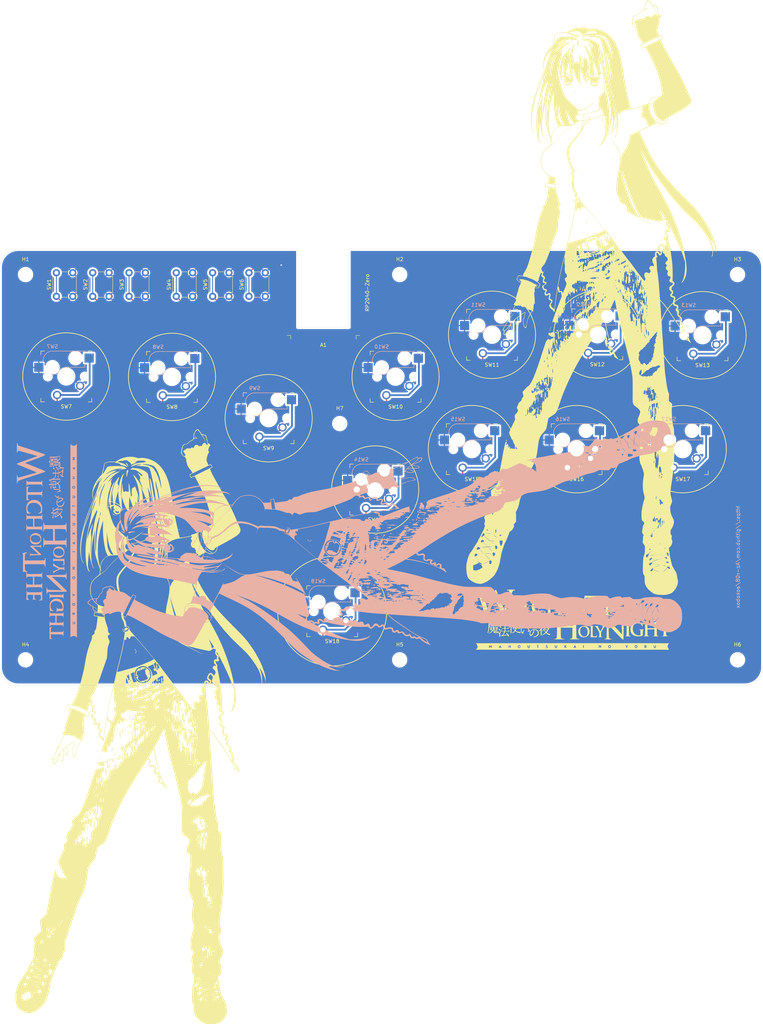
<source format=kicad_pcb>
(kicad_pcb (version 20211014) (generator pcbnew)
  (layers (0 "F.Cu" signal) (31 "B.Cu" signal) (34 "B.Paste" user) (35 "F.Paste" user) (36 "B.SilkS" user "B.Silkscreen") (37 "F.SilkS" user "F.Silkscreen") (38 "B.Mask" user) (39 "F.Mask" user) (44 "Edge.Cuts" user))
  (net 0 "")
  (net 1 "GND")
  (net 2 "LEFT")
  (net 3 "DOWN")
  (net 4 "RIGHT")
  (net 5 "UP")
  (net 6 "L1")
  (net 7 "R1")
  (net 8 "TRIANGLE")
  (net 9 "SQUARE")
  (net 10 "CIRCLE")
  (net 11 "CROSS")
  (net 12 "R2")
  (net 13 "L2")
  (net 14 "OPT1")
  (net 15 "OPT2")
  (net 16 "OPT3")
  (net 17 "OPT4")
  (net 18 "OPT5")
  (net 19 "OPT6")
  (footprint "keyswitches:Kailh_socket_MX_optional" (layer "F.Cu") (at 87.32 65.17 180)
    (fp_text reference "SW8")
    (fp_text value "SW_Push")
  )
  (footprint "keyswitches:Kailh_socket_MX_optional" (layer "F.Cu") (at 113.92 76.52 180)
    (fp_text reference "SW9")
    (fp_text value "SW_Push")
  )
  (footprint "keyswitches:Kailh_socket_MX_optional" (layer "F.Cu") (at 131.42 129.62 180)
    (fp_text reference "SW18")
    (fp_text value "SW_Push")
  )
  (footprint "keyswitches:Kailh_socket_MX_optional" (layer "F.Cu") (at 148.86 65.11 180)
    (fp_text reference "SW10")
    (fp_text value "SW_Push")
  )
  (footprint "keyswitches:Kailh_socket_MX_optional" (layer "F.Cu") (at 175.42 53.58 180)
    (fp_text reference "SW11")
    (fp_text value "SW_Push")
  )
  (footprint "keyswitches:Kailh_socket_MX_optional" (layer "F.Cu") (at 204.39 53.46 180)
    (fp_text reference "SW12")
    (fp_text value "SW_Push")
  )
  (footprint "keyswitches:Kailh_socket_MX_optional" (layer "F.Cu") (at 233.36 53.7 180)
    (fp_text reference "SW13")
    (fp_text value "SW_Push")
  )
  (footprint "keyswitches:Kailh_socket_MX_optional" (layer "F.Cu") (at 143.25 96.15 180)
    (fp_text reference "SW14")
    (fp_text value "SW_Push")
  )
  (footprint "keyswitches:Kailh_socket_MX_optional" (layer "F.Cu") (at 169.86 85.04 180)
    (fp_text reference "SW15")
    (fp_text value "SW_Push")
  )
  (footprint "keyswitches:Kailh_socket_MX_optional" (layer "F.Cu") (at 198.71 85.04 180)
    (fp_text reference "SW16")
    (fp_text value "SW_Push")
  )
  (footprint "keyswitches:Kailh_socket_MX_optional" (layer "F.Cu") (at 227.92 85.04 180)
    (fp_text reference "SW17")
    (fp_text value "SW_Push")
  )
  (footprint "MountingHole:MountingHole_3.2mm_M3" (layer "F.Cu") (at 47 37)
    (fp_text reference "H1")
    (fp_text value "MountingHole")
  )
  (footprint "MountingHole:MountingHole_3.2mm_M3" (layer "F.Cu") (at 47 143)
    (fp_text reference "H4")
    (fp_text value "MountingHole")
  )
  (footprint "MountingHole:MountingHole_3.2mm_M3" (layer "F.Cu") (at 243 143)
    (fp_text reference "H6")
    (fp_text value "MountingHole")
  )
  (footprint "MountingHole:MountingHole_3.2mm_M3" (layer "F.Cu") (at 243 37)
    (fp_text reference "H3")
    (fp_text value "MountingHole")
  )
  (footprint "keyswitches:Kailh_socket_MX_optional" (layer "F.Cu") (at 58.225 65.05 180)
    (fp_text reference "SW7")
    (fp_text value "SW_Push")
  )
  (footprint "MountingHole:MountingHole_3.2mm_M3" (layer "F.Cu") (at 150 37)
    (fp_text reference "H2")
    (fp_text value "MountingHole")
  )
  (footprint "Button_Switch_THT:SW_PUSH_6mm_H5mm" (layer "F.Cu") (at 88.5 43 90)
    (fp_text reference "SW4")
    (fp_text value "SW_Push")
  )
  (footprint "Button_Switch_THT:SW_PUSH_6mm_H5mm" (layer "F.Cu") (at 65.5 43 90)
    (fp_text reference "SW2")
    (fp_text value "SW_Push")
  )
  (footprint "Button_Switch_THT:SW_PUSH_6mm_H5mm" (layer "F.Cu") (at 98.5 43 90)
    (fp_text reference "SW5")
    (fp_text value "SW_Push")
  )
  (footprint "Button_Switch_THT:SW_PUSH_6mm_H5mm" (layer "F.Cu") (at 55.5 43 90)
    (fp_text reference "SW1")
    (fp_text value "SW_Push")
  )
  (footprint "Button_Switch_THT:SW_PUSH_6mm_H5mm" (layer "F.Cu") (at 75.5 43 90)
    (fp_text reference "SW3")
    (fp_text value "SW_Push")
  )
  (footprint "Button_Switch_THT:SW_PUSH_6mm_H5mm" (layer "F.Cu") (at 108.5 43 90)
    (fp_text reference "SW6")
    (fp_text value "SW_Push")
  )
  (footprint "MountingHole:MountingHole_3.2mm_M3" (layer "F.Cu") (at 133.5 78)
    (fp_text reference "H7")
    (fp_text value "MountingHole")
  )
  (footprint "MountingHole:MountingHole_3.2mm_M3" (layer "F.Cu") (at 150 143)
    (fp_text reference "H5")
    (fp_text value "MountingHole")
  )
  (footprint "LOGO" (layer "F.Cu") (at 79.222 161.39)
    (fp_text reference "G***")
    (fp_text value "LOGO" hide)
  )
  (footprint "RP2040-Zero:RP2040-Zero" (layer "F.Cu") (at 129 42)
    (fp_text reference "A1")
    (fp_text value "RP2040-Zero")
  )
  (footprint "LOGO" (layer "F.Cu") (at 197.668 131.855)
    (fp_text reference "G***" hide)
    (fp_text value "LOGO" hide)
  )
  (footprint "LOGO" (layer "F.Cu") (at 203.315 43.292)
    (fp_text reference "G***")
    (fp_text value "LOGO" hide)
  )
  (footprint "LOGO" (layer "B.Cu") (at 52.783 110.327 -90)
    (fp_text reference "G***" hide)
    (fp_text value "LOGO" hide)
  )
  (footprint "LOGO" (layer "B.Cu") (at 145.894 112.105 -90)
    (fp_text reference "G***")
    (fp_text value "LOGO" hide)
  )
  (gr_line (start 216.382567 53.463258) (end 216.382567 53.463258) (layer "F.SilkS") (width 0.2))
  (gr_line (start 245.355098 53.699766) (end 245.355098 53.699766) (layer "F.SilkS") (width 0.2))
  (gr_curve (pts (xy 75.320345 65.17053) (xy 75.320345 60.873617) (xy 77.606529 56.903105) (xy 81.317714 54.754648)) (layer "F.SilkS") (width 0.2))
  (gr_curve (pts (xy 93.312452 54.754648) (xy 97.023636 56.903105) (xy 99.309821 60.873617) (xy 99.309821 65.17053)) (layer "F.SilkS") (width 0.2))
  (gr_curve (pts (xy 181.412661 63.9974) (xy 177.701476 66.145857) (xy 173.129108 66.145857) (xy 169.417923 63.9974)) (layer "F.SilkS") (width 0.2))
  (gr_curve (pts (xy 233.918028 74.621539) (xy 237.629213 76.769996) (xy 239.915397 80.740507) (xy 239.915397 85.037421)) (layer "F.SilkS") (width 0.2))
  (gr_line (start 187.41003 53.581518) (end 187.41003 53.581518) (layer "F.SilkS") (width 0.2))
  (gr_curve (pts (xy 233.918028 95.453303) (xy 230.206843 97.601759) (xy 225.634475 97.601759) (xy 221.92329 95.453303)) (layer "F.SilkS") (width 0.2))
  (gr_curve (pts (xy 123.913745 142.649412) (xy 119.271238 139.9618) (xy 116.411337 134.994889) (xy 116.411337 129.619665)) (layer "F.SilkS") (width 0.2))
  (gr_curve (pts (xy 204.70893 95.453303) (xy 200.997745 97.601759) (xy 196.425377 97.601759) (xy 192.714192 95.453303)) (layer "F.SilkS") (width 0.2))
  (gr_curve (pts (xy 192.714192 74.621539) (xy 196.425377 72.473082) (xy 200.997745 72.473082) (xy 204.70893 74.621539)) (layer "F.SilkS") (width 0.2))
  (gr_curve (pts (xy 239.915397 85.037421) (xy 239.915397 89.334334) (xy 237.629213 93.304846) (xy 233.918028 95.453303)) (layer "F.SilkS") (width 0.2))
  (gr_curve (pts (xy 142.865684 75.530868) (xy 139.154499 73.382411) (xy 136.868315 69.4119) (xy 136.868315 65.114986)) (layer "F.SilkS") (width 0.2))
  (gr_curve (pts (xy 210.706299 85.037421) (xy 210.706299 89.334334) (xy 208.420115 93.304846) (xy 204.70893 95.453303)) (layer "F.SilkS") (width 0.2))
  (gr_curve (pts (xy 210.385198 43.047376) (xy 214.096383 45.195832) (xy 216.382567 49.166344) (xy 216.382567 53.463258)) (layer "F.SilkS") (width 0.2))
  (gr_line (start 181.852021 85.037421) (end 181.852021 85.037421) (layer "F.SilkS") (width 0.2))
  (gr_curve (pts (xy 221.92329 95.453303) (xy 218.212105 93.304846) (xy 215.925921 89.334334) (xy 215.925921 85.037421)) (layer "F.SilkS") (width 0.2))
  (gr_curve (pts (xy 93.312452 75.586412) (xy 89.601267 77.734869) (xy 85.028899 77.734869) (xy 81.317714 75.586412)) (layer "F.SilkS") (width 0.2))
  (gr_curve (pts (xy 175.854652 95.453303) (xy 172.143467 97.601759) (xy 167.571099 97.601759) (xy 163.859914 95.453303)) (layer "F.SilkS") (width 0.2))
  (gr_line (start 239.915397 85.037421) (end 239.915397 85.037421) (layer "F.SilkS") (width 0.2))
  (gr_curve (pts (xy 186.716823 85.037421) (xy 186.716823 80.740507) (xy 189.003008 76.769996) (xy 192.714192 74.621539)) (layer "F.SilkS") (width 0.2))
  (gr_curve (pts (xy 138.918561 142.649412) (xy 134.276055 145.337024) (xy 128.556251 145.337024) (xy 123.913745 142.649412)) (layer "F.SilkS") (width 0.2))
  (gr_curve (pts (xy 169.417923 43.165636) (xy 173.129108 41.01718) (xy 177.701476 41.01718) (xy 181.412661 43.165636)) (layer "F.SilkS") (width 0.2))
  (gr_curve (pts (xy 64.221646 54.636398) (xy 67.932831 56.784855) (xy 70.219015 60.755367) (xy 70.219015 65.05228)) (layer "F.SilkS") (width 0.2))
  (gr_curve (pts (xy 245.355098 53.699766) (xy 245.355097 60.342218) (xy 239.98487 65.72699) (xy 233.36036 65.72699)) (layer "F.SilkS") (width 0.2))
  (gr_curve (pts (xy 160.857791 65.114986) (xy 160.857791 69.4119) (xy 158.571607 73.382411) (xy 154.860422 75.530868)) (layer "F.SilkS") (width 0.2))
  (gr_curve (pts (xy 52.226909 54.636398) (xy 55.938093 52.487941) (xy 60.510462 52.487941) (xy 64.221646 54.636398)) (layer "F.SilkS") (width 0.2))
  (gr_curve (pts (xy 131.255108 96.153426) (xy 131.255108 91.856513) (xy 133.541293 87.886001) (xy 137.252477 85.737546)) (layer "F.SilkS") (width 0.2))
  (gr_curve (pts (xy 192.393091 53.463258) (xy 192.393091 49.166344) (xy 194.679275 45.195832) (xy 198.39046 43.047376)) (layer "F.SilkS") (width 0.2))
  (gr_curve (pts (xy 119.919904 86.938924) (xy 116.208719 89.08738) (xy 111.636351 89.08738) (xy 107.925166 86.938924)) (layer "F.SilkS") (width 0.2))
  (gr_curve (pts (xy 101.927798 76.523042) (xy 101.927798 72.226128) (xy 104.213982 68.255617) (xy 107.925166 66.10716)) (layer "F.SilkS") (width 0.2))
  (gr_curve (pts (xy 137.252477 85.737546) (xy 140.963662 83.589088) (xy 145.53603 83.589088) (xy 149.247215 85.737546)) (layer "F.SilkS") (width 0.2))
  (gr_curve (pts (xy 154.860422 54.699104) (xy 158.571607 56.847561) (xy 160.857791 60.818073) (xy 160.857791 65.114986)) (layer "F.SilkS") (width 0.2))
  (gr_curve (pts (xy 221.92329 74.621539) (xy 225.634475 72.473082) (xy 230.206843 72.473082) (xy 233.918028 74.621539)) (layer "F.SilkS") (width 0.2))
  (gr_line (start 155.244584 96.153426) (end 155.244584 96.153426) (layer "F.SilkS") (width 0.2))
  (gr_curve (pts (xy 181.852021 85.037421) (xy 181.852021 89.334334) (xy 179.565837 93.304846) (xy 175.854652 95.453303)) (layer "F.SilkS") (width 0.2))
  (gr_curve (pts (xy 138.918561 116.589918) (xy 143.561067 119.277529) (xy 146.420969 124.244441) (xy 146.420969 129.619665)) (layer "F.SilkS") (width 0.2))
  (gr_curve (pts (xy 64.221646 75.468162) (xy 60.510462 77.616619) (xy 55.938093 77.616619) (xy 52.226909 75.468162)) (layer "F.SilkS") (width 0.2))
  (gr_curve (pts (xy 227.362991 43.283884) (xy 231.074176 41.135427) (xy 235.646544 41.135427) (xy 239.357729 43.283884)) (layer "F.SilkS") (width 0.2))
  (gr_curve (pts (xy 169.417923 63.9974) (xy 165.706739 61.848943) (xy 163.420555 57.878432) (xy 163.420555 53.581518)) (layer "F.SilkS") (width 0.2))
  (gr_curve (pts (xy 116.411337 129.619665) (xy 116.411337 124.244441) (xy 119.271238 119.277529) (xy 123.913745 116.589918)) (layer "F.SilkS") (width 0.2))
  (gr_line (start 160.857791 65.114986) (end 160.857791 65.114986) (layer "F.SilkS") (width 0.2))
  (gr_curve (pts (xy 149.247215 85.737546) (xy 152.9584 87.886001) (xy 155.244584 91.856513) (xy 155.244584 96.153426)) (layer "F.SilkS") (width 0.2))
  (gr_curve (pts (xy 215.925921 85.037421) (xy 215.925921 80.740507) (xy 218.212105 76.769996) (xy 221.92329 74.621539)) (layer "F.SilkS") (width 0.2))
  (gr_curve (pts (xy 163.859914 95.453303) (xy 160.148729 93.304846) (xy 157.862545 89.334334) (xy 157.862545 85.037421)) (layer "F.SilkS") (width 0.2))
  (gr_curve (pts (xy 181.412661 43.165636) (xy 185.123846 45.314093) (xy 187.41003 49.284605) (xy 187.41003 53.581518)) (layer "F.SilkS") (width 0.2))
  (gr_curve (pts (xy 163.859914 74.621539) (xy 167.571099 72.473082) (xy 172.143467 72.473082) (xy 175.854652 74.621539)) (layer "F.SilkS") (width 0.2))
  (gr_curve (pts (xy 239.357729 43.283884) (xy 243.068914 45.432341) (xy 245.355098 49.402853) (xy 245.355098 53.699766)) (layer "F.SilkS") (width 0.2))
  (gr_curve (pts (xy 70.219015 65.05228) (xy 70.219015 69.349193) (xy 67.932831 73.319705) (xy 64.221646 75.468162)) (layer "F.SilkS") (width 0.2))
  (gr_curve (pts (xy 163.420555 53.581518) (xy 163.420555 49.284605) (xy 165.706739 45.314093) (xy 169.417923 43.165636)) (layer "F.SilkS") (width 0.2))
  (gr_line (start 70.219015 65.05228) (end 70.219015 65.05228) (layer "F.SilkS") (width 0.2))
  (gr_curve (pts (xy 107.925166 66.10716) (xy 111.636351 63.958703) (xy 116.208719 63.958703) (xy 119.919904 66.10716)) (layer "F.SilkS") (width 0.2))
  (gr_curve (pts (xy 146.420969 129.619665) (xy 146.420969 134.994889) (xy 143.561067 139.9618) (xy 138.918561 142.649412)) (layer "F.SilkS") (width 0.2))
  (gr_curve (pts (xy 157.862545 85.037421) (xy 157.862545 80.740507) (xy 160.148729 76.769996) (xy 163.859914 74.621539)) (layer "F.SilkS") (width 0.2))
  (gr_curve (pts (xy 119.919904 66.10716) (xy 123.631089 68.255617) (xy 125.917273 72.226128) (xy 125.917273 76.523042)) (layer "F.SilkS") (width 0.2))
  (gr_curve (pts (xy 123.913745 116.589918) (xy 128.556251 113.902306) (xy 134.276055 113.902306) (xy 138.918561 116.589918)) (layer "F.SilkS") (width 0.2))
  (gr_curve (pts (xy 107.925166 86.938924) (xy 104.213982 84.790467) (xy 101.927798 80.819955) (xy 101.927798 76.523042)) (layer "F.SilkS") (width 0.2))
  (gr_curve (pts (xy 210.385198 63.879139) (xy 206.674013 66.027596) (xy 202.101645 66.027596) (xy 198.39046 63.879139)) (layer "F.SilkS") (width 0.2))
  (gr_curve (pts (xy 221.365622 53.699766) (xy 221.365622 49.402853) (xy 223.651806 45.432341) (xy 227.362991 43.283884)) (layer "F.SilkS") (width 0.2))
  (gr_curve (pts (xy 81.317714 75.586412) (xy 77.606529 73.437955) (xy 75.320345 69.467444) (xy 75.320345 65.17053)) (layer "F.SilkS") (width 0.2))
  (gr_curve (pts (xy 187.41003 53.581518) (xy 187.41003 57.878432) (xy 185.123846 61.848943) (xy 181.412661 63.9974)) (layer "F.SilkS") (width 0.2))
  (gr_curve (pts (xy 198.39046 63.879139) (xy 194.679275 61.730683) (xy 192.393091 57.760171) (xy 192.393091 53.463258)) (layer "F.SilkS") (width 0.2))
  (gr_curve (pts (xy 137.252477 106.569308) (xy 133.541293 104.420852) (xy 131.255108 100.45034) (xy 131.255108 96.153426)) (layer "F.SilkS") (width 0.2))
  (gr_curve (pts (xy 81.317714 54.754648) (xy 85.028899 52.606192) (xy 89.601267 52.606192) (xy 93.312452 54.754648)) (layer "F.SilkS") (width 0.2))
  (gr_curve (pts (xy 136.868315 65.114986) (xy 136.868315 60.818073) (xy 139.154499 56.847561) (xy 142.865684 54.699104)) (layer "F.SilkS") (width 0.2))
  (gr_line (start 125.917273 76.523042) (end 125.917273 76.523042) (layer "F.SilkS") (width 0.2))
  (gr_line (start 99.309821 65.17053) (end 99.309821 65.17053) (layer "F.SilkS") (width 0.2))
  (gr_curve (pts (xy 149.247215 106.569308) (xy 145.53603 108.717765) (xy 140.963662 108.717765) (xy 137.252477 106.569308)) (layer "F.SilkS") (width 0.2))
  (gr_curve (pts (xy 155.244584 96.153426) (xy 155.244584 100.45034) (xy 152.9584 104.420852) (xy 149.247215 106.569308)) (layer "F.SilkS") (width 0.2))
  (gr_curve (pts (xy 99.309821 65.17053) (xy 99.309821 69.467444) (xy 97.023636 73.437955) (xy 93.312452 75.586412)) (layer "F.SilkS") (width 0.2))
  (gr_curve (pts (xy 192.714192 95.453303) (xy 189.003008 93.304846) (xy 186.716823 89.334334) (xy 186.716823 85.037421)) (layer "F.SilkS") (width 0.2))
  (gr_curve (pts (xy 175.854652 74.621539) (xy 179.565837 76.769996) (xy 181.852021 80.740507) (xy 181.852021 85.037421)) (layer "F.SilkS") (width 0.2))
  (gr_curve (pts (xy 52.226909 75.468162) (xy 48.515724 73.319705) (xy 46.22954 69.349193) (xy 46.22954 65.05228)) (layer "F.SilkS") (width 0.2))
  (gr_curve (pts (xy 46.22954 65.05228) (xy 46.22954 60.755367) (xy 48.515724 56.784855) (xy 52.226909 54.636398)) (layer "F.SilkS") (width 0.2))
  (gr_line (start 146.420969 129.619665) (end 146.420969 129.619665) (layer "F.SilkS") (width 0.2))
  (gr_curve (pts (xy 125.917273 76.523042) (xy 125.917273 80.819955) (xy 123.631089 84.790467) (xy 119.919904 86.938924)) (layer "F.SilkS") (width 0.2))
  (gr_curve (pts (xy 233.36036 65.72699) (xy 226.73585 65.72699) (xy 221.365623 60.342218) (xy 221.365622 53.699766)) (layer "F.SilkS") (width 0.2))
  (gr_curve (pts (xy 154.860422 75.530868) (xy 151.149237 77.679325) (xy 146.576869 77.679325) (xy 142.865684 75.530868)) (layer "F.SilkS") (width 0.2))
  (gr_curve (pts (xy 204.70893 74.621539) (xy 208.420115 76.769996) (xy 210.706299 80.740507) (xy 210.706299 85.037421)) (layer "F.SilkS") (width 0.2))
  (gr_curve (pts (xy 198.39046 43.047376) (xy 202.101645 40.898919) (xy 206.674013 40.898919) (xy 210.385198 43.047376)) (layer "F.SilkS") (width 0.2))
  (gr_curve (pts (xy 216.382567 53.463258) (xy 216.382567 57.760171) (xy 214.096383 61.730683) (xy 210.385198 63.879139)) (layer "F.SilkS") (width 0.2))
  (gr_curve (pts (xy 142.865684 54.699104) (xy 146.576869 52.550648) (xy 151.149237 52.550648) (xy 154.860422 54.699104)) (layer "F.SilkS") (width 0.2))
  (gr_line (start 210.706299 85.037421) (end 210.706299 85.037421) (layer "F.SilkS") (width 0.2))
  (gr_line (start 250 35) (end 250 145) (layer "Edge.Cuts") (width 0.05))
  (gr_line (start 245 150) (end 45 150) (layer "Edge.Cuts") (width 0.05))
  (gr_line (start 40 145) (end 40 35) (layer "Edge.Cuts") (width 0.05))
  (gr_line (start 45 30) (end 122 30) (layer "Edge.Cuts") (width 0.05))
  (gr_line (start 136 30) (end 245 30) (layer "Edge.Cuts") (width 0.05))
  (gr_line (start 122 30) (end 122 51.5) (layer "Edge.Cuts") (width 0.05))
  (gr_arc (start 40 35) (mid 41.464466 31.464466) (end 45 30) (layer "Edge.Cuts") (width 0.05))
  (gr_line (start 136 51.5) (end 136 30) (layer "Edge.Cuts") (width 0.05))
  (gr_arc (start 45 150) (mid 41.464466 148.535534) (end 40 145) (layer "Edge.Cuts") (width 0.05))
  (gr_arc (start 250 145) (mid 248.535534 148.535534) (end 245 150) (layer "Edge.Cuts") (width 0.05))
  (gr_arc (start 245 30) (mid 248.535534 31.464466) (end 250 35) (layer "Edge.Cuts") (width 0.05))
  (gr_line (start 122 51.5) (end 136 51.5) (layer "Edge.Cuts") (width 0.05))
  (gr_text "https://github.com/Az-r08/aokobox" (at 243.112 114.689 90) (layer "B.SilkS") (effects (font (size 1 1)) (justify mirror)))
  (gr_text "RP2040-Zero" (at 141.1 42 90) (layer "F.SilkS") (effects (font (size 1 1))))
  (segment (start 117.42 34.38) (end 117.4 34.4) (width 0.381) (layer "F.Cu") (net 1))
  (segment (start 119.84 34.38) (end 117.42 34.38) (width 0.381) (layer "F.Cu") (net 1))
  (via (at 117.4 34.4) (size 0.8) (drill 0.4) (layers "F.Cu" "B.Cu") (net 1))
  (segment (start 55.685 74.498) (end 55.685 70.13) (width 0.254) (layer "F.Cu") (net 2))
  (segment (start 108.7 51.6) (end 77.15 51.6) (width 0.254) (layer "F.Cu") (net 2))
  (segment (start 123.92 53.7) (end 123.92 54.58) (width 0.254) (layer "F.Cu") (net 2))
  (segment (start 72.3 56.45) (end 72.3 73.35) (width 0.254) (layer "F.Cu") (net 2))
  (segment (start 68.75 76.9) (end 58.087 76.9) (width 0.254) (layer "F.Cu") (net 2))
  (segment (start 72.3 73.35) (end 68.75 76.9) (width 0.254) (layer "F.Cu") (net 2))
  (segment (start 113.2 56.1) (end 108.7 51.6) (width 0.254) (layer "F.Cu") (net 2))
  (segment (start 122.4 56.1) (end 113.2 56.1) (width 0.254) (layer "F.Cu") (net 2))
  (segment (start 58.087 76.9) (end 55.685 74.498) (width 0.254) (layer "F.Cu") (net 2))
  (segment (start 77.15 51.6) (end 72.3 56.45) (width 0.254) (layer "F.Cu") (net 2))
  (segment (start 123.92 54.58) (end 122.4 56.1) (width 0.254) (layer "F.Cu") (net 2))
  (segment (start 61.747843 70.13) (end 64.655901 67.221942) (width 0.5) (layer "B.Cu") (net 2))
  (segment (start 55.685 70.13) (end 61.747843 70.13) (width 0.5) (layer "B.Cu") (net 2))
  (segment (start 64.655901 60.110901) (end 64.515 59.97) (width 0.5) (layer "B.Cu") (net 2))
  (segment (start 64.655901 67.221942) (end 64.655901 60.110901) (width 0.5) (layer "B.Cu") (net 2))
  (segment (start 84.78 76.069) (end 84.78 70.25) (width 0.254) (layer "F.Cu") (net 3))
  (segment (start 123.3 57.7) (end 112.95 57.7) (width 0.254) (layer "F.Cu") (net 3))
  (segment (start 112.95 57.7) (end 94.05 76.6) (width 0.254) (layer "F.Cu") (net 3))
  (segment (start 94.05 76.6) (end 85.311 76.6) (width 0.254) (layer "F.Cu") (net 3))
  (segment (start 85.311 76.6) (end 84.78 76.069) (width 0.254) (layer "F.Cu") (net 3))
  (segment (start 126.46 54.54) (end 123.3 57.7) (width 0.254) (layer "F.Cu") (net 3))
  (segment (start 126.46 53.7) (end 126.46 54.54) (width 0.254) (layer "F.Cu") (net 3))
  (segment (start 84.78 70.25) (end 90.842843 70.25) (width 0.5) (layer "B.Cu") (net 3))
  (segment (start 93.750901 67.341942) (end 93.750901 60.230901) (width 0.5) (layer "B.Cu") (net 3))
  (segment (start 90.842843 70.25) (end 93.750901 67.341942) (width 0.5) (layer "B.Cu") (net 3))
  (segment (start 93.750901 60.230901) (end 93.61 60.09) (width 0.5) (layer "B.Cu") (net 3))
  (segment (start 104 88.15) (end 108.19 88.15) (width 0.254) (layer "F.Cu") (net 4))
  (segment (start 129 54.5) (end 124.9 58.6) (width 0.254) (layer "F.Cu") (net 4))
  (segment (start 108.19 88.15) (end 111.38 84.96) (width 0.254) (layer "F.Cu") (net 4))
  (segment (start 124.9 58.6) (end 113.35 58.6) (width 0.254) (layer "F.Cu") (net 4))
  (segment (start 101.15 70.8) (end 101.15 85.3) (width 0.254) (layer "F.Cu") (net 4))
  (segment (start 129 53.7) (end 129 54.5) (width 0.254) (layer "F.Cu") (net 4))
  (segment (start 111.38 84.96) (end 111.38 81.6) (width 0.254) (layer "F.Cu") (net 4))
  (segment (start 101.15 85.3) (end 104 88.15) (width 0.254) (layer "F.Cu") (net 4))
  (segment (start 113.35 58.6) (end 101.15 70.8) (width 0.254) (layer "F.Cu") (net 4))
  (segment (start 117.442843 81.6) (end 120.350901 78.691942) (width 0.5) (layer "B.Cu") (net 4))
  (segment (start 120.350901 78.691942) (end 120.350901 71.580901) (width 0.5) (layer "B.Cu") (net 4))
  (segment (start 120.350901 71.580901) (end 120.21 71.44) (width 0.5) (layer "B.Cu") (net 4))
  (segment (start 111.38 81.6) (end 117.442843 81.6) (width 0.5) (layer "B.Cu") (net 4))
  (segment (start 122.956 143.75) (end 128.88 137.826) (width 0.254) (layer "F.Cu") (net 5))
  (segment (start 117.45 143.75) (end 122.956 143.75) (width 0.254) (layer "F.Cu") (net 5))
  (segment (start 126.14599 102.80401) (end 114.2 114.75) (width 0.254) (layer "F.Cu") (net 5))
  (segment (start 131.54 54.36) (end 126.14599 59.75401) (width 0.254) (layer "F.Cu") (net 5))
  (segment (start 126.14599 59.75401) (end 126.14599 102.80401) (width 0.254) (layer "F.Cu") (net 5))
  (segment (start 128.88 137.826) (end 128.88 134.7) (width 0.254) (layer "F.Cu") (net 5))
  (segment (start 114.2 114.75) (end 114.2 140.5) (width 0.254) (layer "F.Cu") (net 5))
  (segment (start 131.54 53.7) (end 131.54 54.36) (width 0.254) (layer "F.Cu") (net 5))
  (segment (start 114.2 140.5) (end 117.45 143.75) (width 0.254) (layer "F.Cu") (net 5))
  (segment (start 134.942843 134.7) (end 137.850901 131.791942) (width 0.5) (layer "B.Cu") (net 5))
  (segment (start 128.88 134.7) (end 134.942843 134.7) (width 0.5) (layer "B.Cu") (net 5))
  (segment (start 137.850901 124.680901) (end 137.71 124.54) (width 0.5) (layer "B.Cu") (net 5))
  (segment (start 137.850901 131.791942) (end 137.850901 124.680901) (width 0.5) (layer "B.Cu") (net 5))
  (segment (start 148.6 46.6) (end 138.92 36.92) (width 0.254) (layer "F.Cu") (net 6))
  (segment (start 219.8 61.55) (end 219.8 47.75) (width 0.254) (layer "F.Cu") (net 6))
  (segment (start 210.45 38.4) (end 161.575 38.4) (width 0.254) (layer "F.Cu") (net 6))
  (segment (start 219.8 47.75) (end 210.45 38.4) (width 0.254) (layer "F.Cu") (net 6))
  (segment (start 230.82 58.78) (end 230.82 62.716) (width 0.254) (layer "F.Cu") (net 6))
  (segment (start 153.375 46.6) (end 148.6 46.6) (width 0.254) (layer "F.Cu") (net 6))
  (segment (start 223.511 65.261) (end 219.8 61.55) (width 0.254) (layer "F.Cu") (net 6))
  (segment (start 230.82 62.716) (end 228.275 65.261) (width 0.254) (layer "F.Cu") (net 6))
  (segment (start 161.575 38.4) (end 153.375 46.6) (width 0.254) (layer "F.Cu") (net 6))
  (segment (start 228.275 65.261) (end 223.511 65.261) (width 0.254) (layer "F.Cu") (net 6))
  (segment (start 138.92 36.92) (end 138.16 36.92) (width 0.254) (layer "F.Cu") (net 6))
  (segment (start 239.790901 55.871942) (end 239.790901 48.760901) (width 0.5) (layer "B.Cu") (net 6))
  (segment (start 236.882843 58.78) (end 239.790901 55.871942) (width 0.5) (layer "B.Cu") (net 6))
  (segment (start 239.790901 48.760901) (end 239.65 48.62) (width 0.5) (layer "B.Cu") (net 6))
  (segment (start 230.82 58.78) (end 236.882843 58.78) (width 0.5) (layer "B.Cu") (net 6))
  (segment (start 139 42) (end 145.2 48.2) (width 0.254) (layer "F.Cu") (net 7))
  (segment (start 190.9 62.85) (end 193.9 65.85) (width 0.254) (layer "F.Cu") (net 7))
  (segment (start 145.2 48.2) (end 154.2 48.2) (width 0.254) (layer "F.Cu") (net 7))
  (segment (start 198.35 65.85) (end 201.85 62.35) (width 0.254) (layer "F.Cu") (net 7))
  (segment (start 154.2 48.2) (end 162.4 40) (width 0.254) (layer "F.Cu") (net 7))
  (segment (start 193.9 65.85) (end 198.35 65.85) (width 0.254) (layer "F.Cu") (net 7))
  (segment (start 184.25 40) (end 190.9 46.65) (width 0.254) (layer "F.Cu") (net 7))
  (segment (start 201.85 62.35) (end 201.85 58.54) (width 0.254) (layer "F.Cu") (net 7))
  (segment (start 162.4 40) (end 184.25 40) (width 0.254) (layer "F.Cu") (net 7))
  (segment (start 190.9 46.65) (end 190.9 62.85) (width 0.254) (layer "F.Cu") (net 7))
  (segment (start 201.85 58.54) (end 207.912843 58.54) (width 0.5) (layer "B.Cu") (net 7))
  (segment (start 207.912843 58.54) (end 210.820901 55.631942) (width 0.5) (layer "B.Cu") (net 7))
  (segment (start 210.820901 55.631942) (end 210.820901 48.520901) (width 0.5) (layer "B.Cu") (net 7))
  (segment (start 210.820901 48.520901) (end 210.68 48.38) (width 0.5) (layer "B.Cu") (net 7))
  (segment (start 138.16 47.08) (end 139.08 47.08) (width 0.254) (layer "F.Cu") (net 8))
  (segment (start 157 51.6) (end 162.65 57.25) (width 0.254) (layer "F.Cu") (net 8))
  (segment (start 143.6 51.6) (end 157 51.6) (width 0.254) (layer "F.Cu") (net 8))
  (segment (start 172.88 62.02) (end 172.88 58.66) (width 0.254) (layer "F.Cu") (net 8))
  (segment (start 162.65 57.25) (end 162.65 61.75) (width 0.254) (layer "F.Cu") (net 8))
  (segment (start 169.85 65.05) (end 172.88 62.02) (width 0.254) (layer "F.Cu") (net 8))
  (segment (start 165.95 65.05) (end 169.85 65.05) (width 0.254) (layer "F.Cu") (net 8))
  (segment (start 162.65 61.75) (end 165.95 65.05) (width 0.254) (layer "F.Cu") (net 8))
  (segment (start 139.08 47.08) (end 143.6 51.6) (width 0.254) (layer "F.Cu") (net 8))
  (segment (start 172.88 58.66) (end 178.942843 58.66) (width 0.5) (layer "B.Cu") (net 8))
  (segment (start 181.850901 48.640901) (end 181.71 48.5) (width 0.5) (layer "B.Cu") (net 8))
  (segment (start 181.850901 55.751942) (end 181.850901 48.640901) (width 0.5) (layer "B.Cu") (net 8))
  (segment (start 178.942843 58.66) (end 181.850901 55.751942) (width 0.5) (layer "B.Cu") (net 8))
  (segment (start 135.1 69.6) (end 141.85 76.35) (width 0.254) (layer "F.Cu") (net 9))
  (segment (start 138.16 52.16) (end 138.96 52.16) (width 0.254) (layer "F.Cu") (net 9))
  (segment (start 135.1 59.9) (end 135.1 69.6) (width 0.254) (layer "F.Cu") (net 9))
  (segment (start 143.52 76.35) (end 146.32 73.55) (width 0.254) (layer "F.Cu") (net 9))
  (segment (start 141.85 76.35) (end 143.52 76.35) (width 0.254) (layer "F.Cu") (net 9))
  (segment (start 139.9 53.1) (end 139.9 55.1) (width 0.254) (layer "F.Cu") (net 9))
  (segment (start 146.32 73.55) (end 146.32 70.19) (width 0.254) (layer "F.Cu") (net 9))
  (segment (start 138.96 52.16) (end 139.9 53.1) (width 0.254) (layer "F.Cu") (net 9))
  (segment (start 139.9 55.1) (end 135.1 59.9) (width 0.254) (layer "F.Cu") (net 9))
  (segment (start 146.32 70.19) (end 152.382843 70.19) (width 0.5) (layer "B.Cu") (net 9))
  (segment (start 155.290901 67.281942) (end 155.290901 60.170901) (width 0.5) (layer "B.Cu") (net 9))
  (segment (start 152.382843 70.19) (end 155.290901 67.281942) (width 0.5) (layer "B.Cu") (net 9))
  (segment (start 155.290901 60.170901) (end 155.15 60.03) (width 0.5) (layer "B.Cu") (net 9))
  (segment (start 142.1 52.5) (end 156.525 52.5) (width 0.254) (layer "F.Cu") (net 10))
  (segment (start 167.32 90.12) (end 167.32 93.48) (width 0.254) (layer "F.Cu") (net 10))
  (segment (start 161.75 72.95) (end 156.65 78.05) (width 0.254) (layer "F.Cu") (net 10))
  (segment (start 138.16 49.62) (end 139.22 49.62) (width 0.254) (layer "F.Cu") (net 10))
  (segment (start 156.65 92.95) (end 160.4 96.7) (width 0.254) (layer "F.Cu") (net 10))
  (segment (start 160.4 96.7) (end 164.1 96.7) (width 0.254) (layer "F.Cu") (net 10))
  (segment (start 161.75 57.725) (end 161.75 72.95) (width 0.254) (layer "F.Cu") (net 10))
  (segment (start 139.22 49.62) (end 142.1 52.5) (width 0.254) (layer "F.Cu") (net 10))
  (segment (start 156.65 78.05) (end 156.65 92.95) (width 0.254) (layer "F.Cu") (net 10))
  (segment (start 156.525 52.5) (end 161.75 57.725) (width 0.254) (layer "F.Cu") (net 10))
  (segment (start 167.32 93.48) (end 164.1 96.7) (width 0.254) (layer "F.Cu") (net 10))
  (segment (start 176.290901 87.211942) (end 176.290901 80.100901) (width 0.5) (layer "B.Cu") (net 10))
  (segment (start 173.382843 90.12) (end 176.290901 87.211942) (width 0.5) (layer "B.Cu") (net 10))
  (segment (start 176.290901 80.100901) (end 176.15 79.96) (width 0.5) (layer "B.Cu") (net 10))
  (segment (start 167.32 90.12) (end 173.382843 90.12) (width 0.5) (layer "B.Cu") (net 10))
  (segment (start 140.71 104.59) (end 137.25 108.05) (width 0.254) (layer "F.Cu") (net 11))
  (segment (start 134.08 53.7) (end 134.08 54.42) (width 0.254) (layer "F.Cu") (net 11))
  (segment (start 126.95 61.55) (end 126.95 102.8) (width 0.254) (layer "F.Cu") (net 11))
  (segment (start 132.2 108.05) (end 137.25 108.05) (width 0.254) (layer "F.Cu") (net 11))
  (segment (start 134.08 54.42) (end 126.95 61.55) (width 0.254) (layer "F.Cu") (net 11))
  (segment (start 140.71 101.23) (end 140.71 104.59) (width 0.254) (layer "F.Cu") (net 11))
  (segment (start 126.95 102.8) (end 132.2 108.05) (width 0.254) (layer "F.Cu") (net 11))
  (segment (start 149.680901 91.210901) (end 149.54 91.07) (width 0.5) (layer "B.Cu") (net 11))
  (segment (start 149.680901 98.321942) (end 149.680901 91.210901) (width 0.5) (layer "B.Cu") (net 11))
  (segment (start 140.71 101.23) (end 146.772843 101.23) (width 0.5) (layer "B.Cu") (net 11))
  (segment (start 146.772843 101.23) (end 149.680901 98.321942) (width 0.5) (layer "B.Cu") (net 11))
  (segment (start 184.25 92.7) (end 184.25 79.8) (width 0.254) (layer "F.Cu") (net 12))
  (segment (start 188.7 47.15) (end 182.35 40.8) (width 0.254) (layer "F.Cu") (net 12))
  (segment (start 188.6 97.05) (end 184.25 92.7) (width 0.254) (layer "F.Cu") (net 12))
  (segment (start 184.25 79.8) (end 188.7 75.35) (width 0.254) (layer "F.Cu") (net 12))
  (segment (start 143.5 49) (end 139.04 44.54) (width 0.254) (layer "F.Cu") (net 12))
  (segment (start 196.17 94.517) (end 193.637 97.05) (width 0.254) (layer "F.Cu") (net 12))
  (segment (start 188.7 75.35) (end 188.7 47.15) (width 0.254) (layer "F.Cu") (net 12))
  (segment (start 193.637 97.05) (end 188.6 97.05) (width 0.254) (layer "F.Cu") (net 12))
  (segment (start 196.17 90.12) (end 196.17 94.517) (width 0.254) (layer "F.Cu") (net 12))
  (segment (start 162.8 40.8) (end 154.6 49) (width 0.254) (layer "F.Cu") (net 12))
  (segment (start 182.35 40.8) (end 162.8 40.8) (width 0.254) (layer "F.Cu") (net 12))
  (segment (start 139.04 44.54) (end 138.16 44.54) (width 0.254) (layer "F.Cu") (net 12))
  (segment (start 154.6 49) (end 143.5 49) (width 0.254) (layer "F.Cu") (net 12))
  (segment (start 205.140901 80.100901) (end 205 79.96) (width 0.5) (layer "B.Cu") (net 12))
  (segment (start 205.140901 87.211942) (end 205.140901 80.100901) (width 0.5) (layer "B.Cu") (net 12))
  (segment (start 196.17 90.12) (end 202.232843 90.12) (width 0.5) (layer "B.Cu") (net 12))
  (segment (start 202.232843 90.12) (end 205.140901 87.211942) (width 0.5) (layer "B.Cu") (net 12))
  (segment (start 208.6 39.2) (end 218 48.6) (width 0.254) (layer "F.Cu") (net 13))
  (segment (start 214 79.25) (end 214 93.75) (width 0.254) (layer "F.Cu") (net 13))
  (segment (start 225.38 94.964) (end 223.344 97) (width 0.254) (layer "F.Cu") (net 13))
  (segment (start 162 39.2) (end 208.6 39.2) (width 0.254) (layer "F.Cu") (net 13))
  (segment (start 218 75.25) (end 214 79.25) (width 0.254) (layer "F.Cu") (net 13))
  (segment (start 138.16 39.46) (end 139.06 39.46) (width 0.254) (layer "F.Cu") (net 13))
  (segment (start 225.38 94.964) (end 225.38 90.12) (width 0.254) (layer "F.Cu") (net 13))
  (segment (start 214 93.75) (end 217.25 97) (width 0.254) (layer "F.Cu") (net 13))
  (segment (start 223.344 97) (end 222.597 97) (width 0.254) (layer "F.Cu") (net 13))
  (segment (start 217.25 97) (end 222.597 97) (width 0.254) (layer "F.Cu") (net 13))
  (segment (start 139.06 39.46) (end 147 47.4) (width 0.254) (layer "F.Cu") (net 13))
  (segment (start 218 48.6) (end 218 75.25) (width 0.254) (layer "F.Cu") (net 13))
  (segment (start 147 47.4) (end 153.8 47.4) (width 0.254) (layer "F.Cu") (net 13))
  (segment (start 153.8 47.4) (end 162 39.2) (width 0.254) (layer "F.Cu") (net 13))
  (segment (start 234.350901 87.211942) (end 234.350901 80.100901) (width 0.5) (layer "B.Cu") (net 13))
  (segment (start 231.442843 90.12) (end 234.350901 87.211942) (width 0.5) (layer "B.Cu") (net 13))
  (segment (start 234.350901 80.100901) (end 234.21 79.96) (width 0.5) (layer "B.Cu") (net 13))
  (segment (start 225.38 90.12) (end 231.442843 90.12) (width 0.5) (layer "B.Cu") (net 13))
  (segment (start 119.84 52.16) (end 119.06 52.16) (width 0.254) (layer "F.Cu") (net 14))
  (segment (start 115.7 48.8) (end 61.3 48.8) (width 0.254) (layer "F.Cu") (net 14))
  (segment (start 61.3 48.8) (end 55.5 43) (width 0.254) (layer "F.Cu") (net 14))
  (segment (start 119.06 52.16) (end 115.7 48.8) (width 0.254) (layer "F.Cu") (net 14))
  (segment (start 55.5 36.5) (end 55.5 43) (width 0.254) (layer "B.Cu") (net 14))
  (segment (start 70.5 48) (end 65.5 43) (width 0.254) (layer "F.Cu") (net 15))
  (segment (start 118.72 49.62) (end 117.1 48) (width 0.254) (layer "F.Cu") (net 15))
  (segment (start 119.84 49.62) (end 118.72 49.62) (width 0.254) (layer "F.Cu") (net 15))
  (segment (start 117.1 48) (end 70.5 48) (width 0.254) (layer "F.Cu") (net 15))
  (segment (start 65.5 36.5) (end 65.5 43) (width 0.254) (layer "B.Cu") (net 15))
  (segment (start 119.84 47.08) (end 119.72 47.2) (width 0.254) (layer "F.Cu") (net 16))
  (segment (start 79.7 47.2) (end 75.5 43) (width 0.254) (layer "F.Cu") (net 16))
  (segment (start 119.72 47.2) (end 79.7 47.2) (width 0.254) (layer "F.Cu") (net 16))
  (segment (start 75.5 36.5) (end 75.5 43) (width 0.254) (layer "B.Cu") (net 16))
  (segment (start 91.9 46.4) (end 88.5 43) (width 0.254) (layer "F.Cu") (net 17))
  (segment (start 117.05 46.4) (end 91.9 46.4) (width 0.254) (layer "F.Cu") (net 17))
  (segment (start 118.91 44.54) (end 117.05 46.4) (width 0.254) (layer "F.Cu") (net 17))
  (segment (start 119.84 44.54) (end 118.91 44.54) (width 0.254) (layer "F.Cu") (net 17))
  (segment (start 88.5 36.5) (end 88.5 43) (width 0.254) (layer "B.Cu") (net 17))
  (segment (start 119.84 42) (end 119.1 42) (width 0.254) (layer "F.Cu") (net 18))
  (segment (start 101.1 45.6) (end 98.5 43) (width 0.254) (layer "F.Cu") (net 18))
  (segment (start 119.1 42) (end 115.5 45.6) (width 0.254) (layer "F.Cu") (net 18))
  (segment (start 115.5 45.6) (end 101.1 45.6) (width 0.254) (layer "F.Cu") (net 18))
  (segment (start 98.5 36.5) (end 98.5 43) (width 0.254) (layer "B.Cu") (net 18))
  (segment (start 119.16 39.46) (end 119.84 39.46) (width 0.254) (layer "F.Cu") (net 19))
  (segment (start 110.7 34.3) (end 114 34.3) (width 0.254) (layer "F.Cu") (net 19))
  (segment (start 114 34.3) (end 119.16 39.46) (width 0.254) (layer "F.Cu") (net 19))
  (segment (start 108.5 36.5) (end 110.7 34.3) (width 0.254) (layer "F.Cu") (net 19))
  (segment (start 108.5 36.5) (end 108.5 43) (width 0.254) (layer "B.Cu") (net 19))
  (zone (net 1) (net_name "GND") (layer "B.Cu") (connect_pads (clearance 0.508)) (min_thickness 0.254) (fill yes (thermal_gap 0.3) (thermal_bridge_width 0.3))
    (polygon (pts (xy 250 150) (xy 40 150) (xy 40 30) (xy 250 30)))
  )
)
</source>
